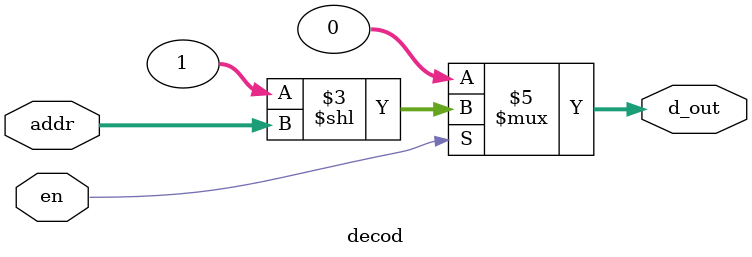
<source format=v>
`timescale 1ns/1ps

`define DATA_MEMORY_MIN 0
`define DATA_MEMORY_MAX 127

`define GPIO_MIN 128
`define GPIO_MAX 130

module data_control #(parameter WIDTH = 1)(addr, mem_write_in, mem_write_out, d_out_addr);

localparam ADDR_WIDTH = $clog2(WIDTH);

input [WIDTH-1:0] addr;
input mem_write_in;

output [WIDTH-1:0] mem_write_out;
output reg [ADDR_WIDTH-1:0] d_out_addr;

decod dec_0(d_out_addr, mem_write_out, mem_write_in);

always @* begin
	if(`DATA_MEMORY_MIN <= addr && addr <= `DATA_MEMORY_MAX) begin
		d_out_addr <= 0;
	end
	else if(`GPIO_MIN <= addr && addr <= `GPIO_MAX) begin
		d_out_addr <= 1;
	end
	else d_out_addr <= 31;
end
	
endmodule


module decod(addr, d_out, en);

input [4:0] addr;
input en;

output reg [31:0] d_out;

always @* begin

if(!en) d_out = 0;
else 
	d_out = (32'b00000000000000000000000000000001) << addr;
end
endmodule
</source>
